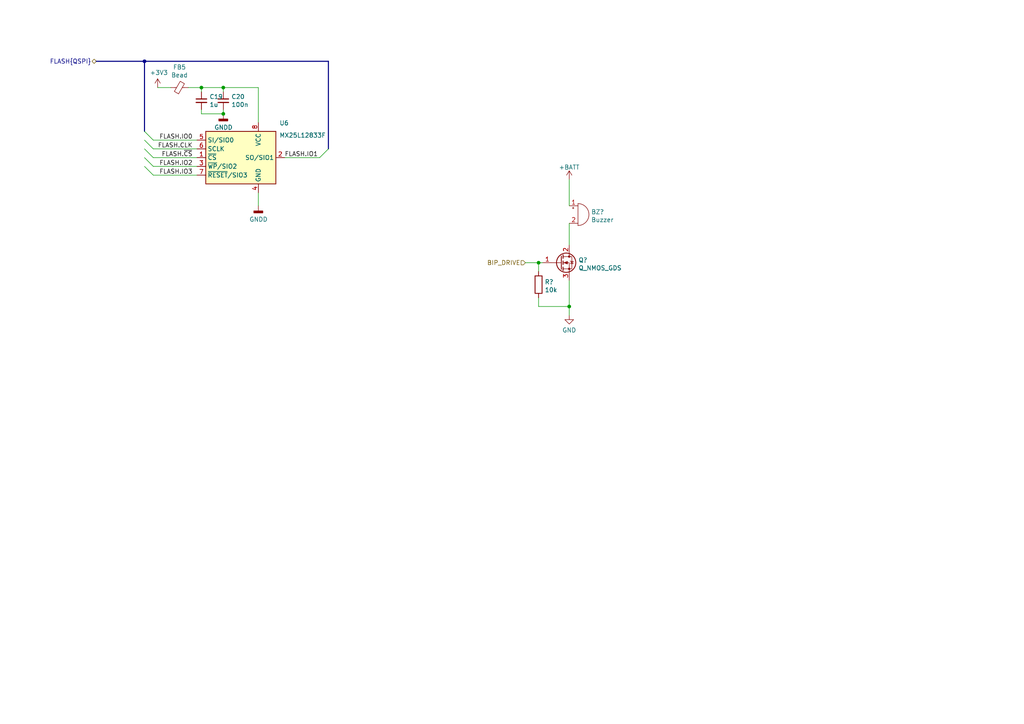
<source format=kicad_sch>
(kicad_sch (version 20210621) (generator eeschema)
  (paper "A4")
  (lib_symbols
    (symbol "Device:Buzzer" (pin_names (offset 0.0254) hide)
      (property "Reference" "BZ" (at 3.81 1.27 0))
      (property "Value" "Buzzer" (at 3.81 -1.27 0))
      (symbol "Buzzer_0_1"
        (arc (start 0 -3.175) (end 0 3.175) (radius (at 0 0) (length 3.175) (angles -89.9 89.9)))
        (polyline (pts (xy -1.651 1.905) (xy -1.143 1.905)))
        (polyline (pts (xy -1.397 2.159) (xy -1.397 1.651)))
        (polyline (pts (xy 0 3.175) (xy 0 -3.175)))
      )
      (symbol "Buzzer_1_1"
        (pin passive line (at -2.54 2.54 0) (length 2.54) (name "-") (number "1"))
        (pin passive line (at -2.54 -2.54 0) (length 2.54) (name "+") (number "2"))
      )
    )
    (symbol "Device:C_Small" (pin_numbers hide) (pin_names (offset 0.254) hide)
      (property "Reference" "C" (at 0.254 1.778 0))
      (property "Value" "C_Small" (at 0.254 -2.032 0))
      (symbol "C_Small_0_1"
        (polyline (pts (xy -1.524 -0.508) (xy 1.524 -0.508)) (stroke (width 0.3302)))
        (polyline (pts (xy -1.524 0.508) (xy 1.524 0.508)) (stroke (width 0.3048)))
      )
      (symbol "C_Small_1_1"
        (pin passive line (at 0 2.54 270) (length 2.032) (name "~") (number "1"))
        (pin passive line (at 0 -2.54 90) (length 2.032) (name "~") (number "2"))
      )
    )
    (symbol "Device:FerriteBead_Small" (pin_numbers hide) (pin_names (offset 0))
      (property "Reference" "FB" (at 1.905 1.27 0))
      (property "Value" "FerriteBead_Small" (at 1.905 -1.27 0))
      (symbol "FerriteBead_Small_0_1"
        (polyline (pts (xy 0 -1.27) (xy 0 -0.7874)))
        (polyline (pts (xy 0 0.889) (xy 0 1.2954)))
        (polyline (pts (xy -1.8288 0.2794) (xy -1.1176 1.4986) (xy 1.8288 -0.2032) (xy 1.1176 -1.4224) (xy -1.8288 0.2794)))
      )
      (symbol "FerriteBead_Small_1_1"
        (pin passive line (at 0 2.54 270) (length 1.27) (name "~") (number "1"))
        (pin passive line (at 0 -2.54 90) (length 1.27) (name "~") (number "2"))
      )
    )
    (symbol "Device:Q_NMOS_GDS" (pin_names (offset 0) hide)
      (property "Reference" "Q" (at 5.08 1.27 0))
      (property "Value" "Q_NMOS_GDS" (at 5.08 -1.27 0))
      (symbol "Q_NMOS_GDS_0_1"
        (circle (center 1.651 0) (radius 2.794) (stroke (width 0.254)))
        (circle (center 2.54 -1.778) (radius 0.254) (fill (type outline)))
        (circle (center 2.54 1.778) (radius 0.254) (fill (type outline)))
        (polyline (pts (xy 0.254 0) (xy -2.54 0)))
        (polyline (pts (xy 0.254 1.905) (xy 0.254 -1.905)) (stroke (width 0.254)))
        (polyline (pts (xy 0.762 -1.27) (xy 0.762 -2.286)) (stroke (width 0.254)))
        (polyline (pts (xy 0.762 0.508) (xy 0.762 -0.508)) (stroke (width 0.254)))
        (polyline (pts (xy 0.762 2.286) (xy 0.762 1.27)) (stroke (width 0.254)))
        (polyline (pts (xy 2.54 2.54) (xy 2.54 1.778)))
        (polyline (pts (xy 2.54 -2.54) (xy 2.54 0) (xy 0.762 0)))
        (polyline (pts (xy 0.762 -1.778) (xy 3.302 -1.778) (xy 3.302 1.778) (xy 0.762 1.778)))
        (polyline (pts (xy 2.794 0.508) (xy 2.921 0.381) (xy 3.683 0.381) (xy 3.81 0.254)))
        (polyline (pts (xy 3.302 0.381) (xy 2.921 -0.254) (xy 3.683 -0.254) (xy 3.302 0.381)))
        (polyline (pts (xy 1.016 0) (xy 2.032 0.381) (xy 2.032 -0.381) (xy 1.016 0)) (fill (type outline)))
      )
      (symbol "Q_NMOS_GDS_1_1"
        (pin input line (at -5.08 0 0) (length 2.54) (name "G") (number "1"))
        (pin passive line (at 2.54 5.08 270) (length 2.54) (name "D") (number "2"))
        (pin passive line (at 2.54 -5.08 90) (length 2.54) (name "S") (number "3"))
      )
    )
    (symbol "Device:R" (pin_numbers hide) (pin_names (offset 0))
      (property "Reference" "R" (at 2.032 0 90))
      (property "Value" "R" (at 0 0 90))
      (symbol "R_0_1"
        (rectangle (start -1.016 -2.54) (end 1.016 2.54) (stroke (width 0.254)))
      )
      (symbol "R_1_1"
        (pin passive line (at 0 3.81 270) (length 1.27) (name "~") (number "1"))
        (pin passive line (at 0 -3.81 90) (length 1.27) (name "~") (number "2"))
      )
    )
    (symbol "Memory_Flash:MX25R3235FM2xx0"
      (property "Reference" "U" (at -8.89 8.89 0))
      (property "Value" "MX25R3235FM2xx0" (at 15.24 8.89 0))
      (symbol "MX25R3235FM2xx0_1_1"
        (rectangle (start -10.16 7.62) (end 10.16 -7.62) (stroke (width 0.254)) (fill (type background)))
        (pin input line (at -12.7 0 0) (length 2.54) (name "~{CS}") (number "1"))
        (pin bidirectional line (at 12.7 0 180) (length 2.54) (name "SO/SIO1") (number "2"))
        (pin bidirectional line (at -12.7 -2.54 0) (length 2.54) (name "~{WP}/SIO2") (number "3"))
        (pin power_in line (at 5.08 -10.16 90) (length 2.54) (name "GND") (number "4"))
        (pin bidirectional line (at -12.7 5.08 0) (length 2.54) (name "SI/SIO0") (number "5"))
        (pin input line (at -12.7 2.54 0) (length 2.54) (name "SCLK") (number "6"))
        (pin bidirectional line (at -12.7 -5.08 0) (length 2.54) (name "~{RESET}/SIO3") (number "7"))
        (pin power_in line (at 5.08 10.16 270) (length 2.54) (name "VCC") (number "8"))
      )
    )
    (symbol "power:+3V3" (power) (pin_names (offset 0))
      (property "Value" "+3V3" (at 0 3.556 0))
      (symbol "+3V3_0_1"
        (polyline (pts (xy -0.762 1.27) (xy 0 2.54)))
        (polyline (pts (xy 0 0) (xy 0 2.54)))
        (polyline (pts (xy 0 2.54) (xy 0.762 1.27)))
      )
      (symbol "+3V3_1_1"
        (pin power_in line (at 0 0 90) (length 0) hide (name "+3V3") (number "1"))
      )
    )
    (symbol "power:+BATT" (power) (pin_names (offset 0))
      (property "Value" "+BATT" (at 0 3.556 0))
      (symbol "+BATT_0_1"
        (polyline (pts (xy -0.762 1.27) (xy 0 2.54)))
        (polyline (pts (xy 0 0) (xy 0 2.54)))
        (polyline (pts (xy 0 2.54) (xy 0.762 1.27)))
      )
      (symbol "+BATT_1_1"
        (pin power_in line (at 0 0 90) (length 0) hide (name "+BATT") (number "1"))
      )
    )
    (symbol "power:GND" (power) (pin_names (offset 0))
      (property "Value" "GND" (at 0 -3.81 0))
      (symbol "GND_0_1"
        (polyline (pts (xy 0 0) (xy 0 -1.27) (xy 1.27 -1.27) (xy 0 -2.54) (xy -1.27 -1.27) (xy 0 -1.27)))
      )
      (symbol "GND_1_1"
        (pin power_in line (at 0 0 270) (length 0) hide (name "GND") (number "1"))
      )
    )
    (symbol "power:GNDD" (power) (pin_names (offset 0))
      (property "Value" "GNDD" (at 0 -3.175 0))
      (symbol "GNDD_0_1"
        (rectangle (start -1.27 -1.524) (end 1.27 -2.032) (stroke (width 0.254)) (fill (type outline)))
        (polyline (pts (xy 0 0) (xy 0 -1.524)))
      )
      (symbol "GNDD_1_1"
        (pin power_in line (at 0 0 270) (length 0) hide (name "GNDD") (number "1"))
      )
    )
  )
  (junction (at 58.42 25.4) (diameter 0.9144))
  (junction (at 64.77 25.4) (diameter 0.9144))
  (junction (at 64.77 33.02) (diameter 0.9144))
  (junction (at 156.21 76.2) (diameter 0.9144))
  (junction (at 165.1 88.9) (diameter 0.9144))
  (junction (at 41.91 17.78) (diameter 0.9144))
  (bus_entry (at 41.91 38.1) (size 2.54 2.54) (stroke (width 0.1524)))
  (bus_entry (at 41.91 40.64) (size 2.54 2.54) (stroke (width 0.1524)))
  (bus_entry (at 41.91 43.18) (size 2.54 2.54) (stroke (width 0.1524)))
  (bus_entry (at 41.91 45.72) (size 2.54 2.54) (stroke (width 0.1524)))
  (bus_entry (at 41.91 48.26) (size 2.54 2.54) (stroke (width 0.1524)))
  (bus_entry (at 95.25 43.18) (size -2.54 2.54) (stroke (width 0.1524)))
  (wire (pts (xy 44.45 40.64) (xy 57.15 40.64)))
  (wire (pts (xy 44.45 43.18) (xy 57.15 43.18)))
  (wire (pts (xy 44.45 45.72) (xy 57.15 45.72)))
  (wire (pts (xy 44.45 48.26) (xy 57.15 48.26)))
  (wire (pts (xy 44.45 50.8) (xy 57.15 50.8)))
  (wire (pts (xy 45.72 25.4) (xy 49.53 25.4)))
  (wire (pts (xy 54.61 25.4) (xy 58.42 25.4)))
  (wire (pts (xy 58.42 25.4) (xy 58.42 26.67)))
  (wire (pts (xy 58.42 25.4) (xy 64.77 25.4)))
  (wire (pts (xy 58.42 31.75) (xy 58.42 33.02)))
  (wire (pts (xy 58.42 33.02) (xy 64.77 33.02)))
  (wire (pts (xy 64.77 25.4) (xy 64.77 26.67)))
  (wire (pts (xy 64.77 25.4) (xy 74.93 25.4)))
  (wire (pts (xy 64.77 31.75) (xy 64.77 33.02)))
  (wire (pts (xy 74.93 25.4) (xy 74.93 35.56)))
  (wire (pts (xy 74.93 55.88) (xy 74.93 59.69)))
  (wire (pts (xy 82.55 45.72) (xy 92.71 45.72)))
  (wire (pts (xy 152.4 76.2) (xy 156.21 76.2)))
  (wire (pts (xy 156.21 76.2) (xy 156.21 78.74)))
  (wire (pts (xy 156.21 76.2) (xy 157.48 76.2)))
  (wire (pts (xy 156.21 86.36) (xy 156.21 88.9)))
  (wire (pts (xy 156.21 88.9) (xy 165.1 88.9)))
  (wire (pts (xy 165.1 52.07) (xy 165.1 59.69)))
  (wire (pts (xy 165.1 64.77) (xy 165.1 71.12)))
  (wire (pts (xy 165.1 81.28) (xy 165.1 88.9)))
  (wire (pts (xy 165.1 88.9) (xy 165.1 91.44)))
  (bus (pts (xy 27.94 17.78) (xy 41.91 17.78)))
  (bus (pts (xy 41.91 17.78) (xy 41.91 48.26)))
  (bus (pts (xy 41.91 17.78) (xy 95.25 17.78)))
  (bus (pts (xy 95.25 17.78) (xy 95.25 43.18)))
  (label "FLASH.IO0" (at 55.88 40.64 180))
  (label "FLASH.CLK" (at 55.88 43.18 180))
  (label "FLASH.~{CS}" (at 55.88 45.72 180))
  (label "FLASH.IO2" (at 55.88 48.26 180))
  (label "FLASH.IO3" (at 55.88 50.8 180))
  (label "FLASH.IO1" (at 82.55 45.72 0))
  (hierarchical_label "FLASH{QSPI}" (shape bidirectional) (at 27.94 17.78 180))
  (hierarchical_label "BIP_DRIVE" (shape input) (at 152.4 76.2 180))
  (symbol (lib_id "power:+3V3") (at 45.72 25.4 0) (unit 1)
    (property "Reference" "#PWR028" (effects hide))
    (property "Value" "+3V3" (at 46.0883 21.0756 0))
  )
  (symbol (lib_id "power:+BATT") (at 165.1 52.07 0) (unit 1)
    (property "Reference" "#PWR?" (effects hide))
    (property "Value" "+BATT" (at 165.1 48.5226 0))
  )
  (symbol (lib_id "power:GNDD") (at 64.77 33.02 0) (unit 1)
    (property "Reference" "#PWR029" (effects hide))
    (property "Value" "GNDD" (at 64.8208 36.9634 0))
  )
  (symbol (lib_id "power:GNDD") (at 74.93 59.69 0) (unit 1)
    (property "Reference" "#PWR030" (effects hide))
    (property "Value" "GNDD" (at 74.9808 63.6334 0))
  )
  (symbol (lib_id "power:GND") (at 165.1 91.44 0) (unit 1)
    (property "Reference" "#PWR?" (effects hide))
    (property "Value" "GND" (at 165.1 95.7644 0))
  )
  (symbol (lib_id "Device:R") (at 156.21 82.55 0) (unit 1)
    (property "Reference" "R?" (at 157.9881 81.7891 0) (effects (justify left)))
    (property "Value" "10k" (at 157.9881 84.0878 0) (effects (justify left)))
  )
  (symbol (lib_id "Device:C_Small") (at 58.42 29.21 0) (unit 1)
    (property "Reference" "C19" (at 60.7442 28.0606 0) (effects (justify left)))
    (property "Value" "1u" (at 60.7442 30.3593 0) (effects (justify left)))
  )
  (symbol (lib_id "Device:C_Small") (at 64.77 29.21 0) (unit 1)
    (property "Reference" "C20" (at 67.0942 28.0606 0) (effects (justify left)))
    (property "Value" "100n" (at 67.0942 30.3593 0) (effects (justify left)))
  )
  (symbol (lib_id "Device:FerriteBead_Small") (at 52.07 25.4 90) (unit 1)
    (property "Reference" "FB5" (at 52.07 19.488 90))
    (property "Value" "Bead" (at 52.07 21.7867 90))
  )
  (symbol (lib_id "Device:Buzzer") (at 167.64 62.23 0) (unit 1)
    (property "Reference" "BZ?" (at 171.4501 61.4691 0) (effects (justify left)))
    (property "Value" "Buzzer" (at 171.4501 63.7678 0) (effects (justify left)))
  )
  (symbol (lib_id "Device:Q_NMOS_GDS") (at 162.56 76.2 0) (unit 1)
    (property "Reference" "Q?" (at 167.7671 75.4391 0) (effects (justify left)))
    (property "Value" "Q_NMOS_GDS" (at 167.7671 77.7378 0) (effects (justify left)))
  )
  (symbol (lib_id "Memory_Flash:MX25R3235FM2xx0") (at 69.85 45.72 0) (unit 1)
    (property "Reference" "U6" (at 81.0261 35.6806 0) (effects (justify left)))
    (property "Value" "MX25L12833F" (at 81.0261 39.2493 0) (effects (justify left)))
    (property "Footprint" "Package_SO:SOP-8_5.28x5.23mm_P1.27mm" (effects hide))
    (property "Datasheet" "http://www.farnell.com/datasheets/2815323.pdf" (effects hide))
  )
)
</source>
